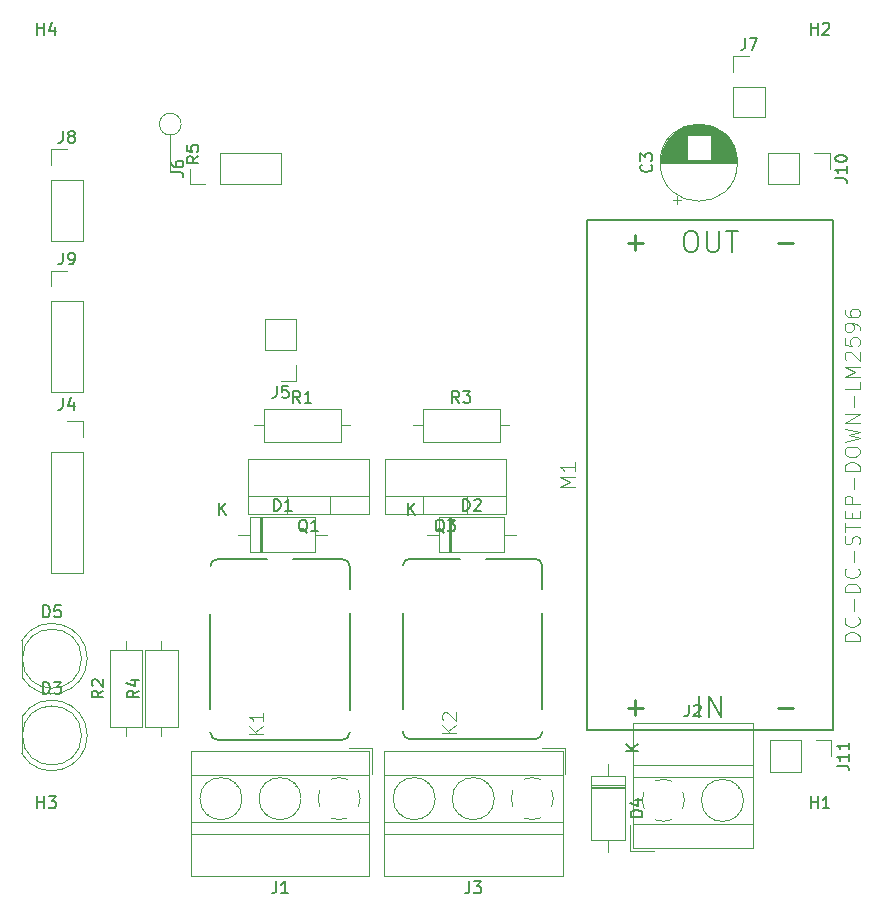
<source format=gbr>
%TF.GenerationSoftware,KiCad,Pcbnew,8.0.1*%
%TF.CreationDate,2024-09-28T14:19:56-03:00*%
%TF.ProjectId,AdeJiga,4164654a-6967-4612-9e6b-696361645f70,rev?*%
%TF.SameCoordinates,Original*%
%TF.FileFunction,Legend,Top*%
%TF.FilePolarity,Positive*%
%FSLAX46Y46*%
G04 Gerber Fmt 4.6, Leading zero omitted, Abs format (unit mm)*
G04 Created by KiCad (PCBNEW 8.0.1) date 2024-09-28 14:19:56*
%MOMM*%
%LPD*%
G01*
G04 APERTURE LIST*
%ADD10C,0.150000*%
%ADD11C,0.101600*%
%ADD12C,0.152400*%
%ADD13C,0.120000*%
%ADD14C,0.127000*%
%ADD15C,0.254000*%
%ADD16C,0.203200*%
G04 APERTURE END LIST*
D10*
X133084819Y-78446666D02*
X132608628Y-78779999D01*
X133084819Y-79018094D02*
X132084819Y-79018094D01*
X132084819Y-79018094D02*
X132084819Y-78637142D01*
X132084819Y-78637142D02*
X132132438Y-78541904D01*
X132132438Y-78541904D02*
X132180057Y-78494285D01*
X132180057Y-78494285D02*
X132275295Y-78446666D01*
X132275295Y-78446666D02*
X132418152Y-78446666D01*
X132418152Y-78446666D02*
X132513390Y-78494285D01*
X132513390Y-78494285D02*
X132561009Y-78541904D01*
X132561009Y-78541904D02*
X132608628Y-78637142D01*
X132608628Y-78637142D02*
X132608628Y-79018094D01*
X132418152Y-77589523D02*
X133084819Y-77589523D01*
X132037200Y-77827618D02*
X132751485Y-78065713D01*
X132751485Y-78065713D02*
X132751485Y-77446666D01*
X144766666Y-52659819D02*
X144766666Y-53374104D01*
X144766666Y-53374104D02*
X144719047Y-53516961D01*
X144719047Y-53516961D02*
X144623809Y-53612200D01*
X144623809Y-53612200D02*
X144480952Y-53659819D01*
X144480952Y-53659819D02*
X144385714Y-53659819D01*
X145719047Y-52659819D02*
X145242857Y-52659819D01*
X145242857Y-52659819D02*
X145195238Y-53136009D01*
X145195238Y-53136009D02*
X145242857Y-53088390D01*
X145242857Y-53088390D02*
X145338095Y-53040771D01*
X145338095Y-53040771D02*
X145576190Y-53040771D01*
X145576190Y-53040771D02*
X145671428Y-53088390D01*
X145671428Y-53088390D02*
X145719047Y-53136009D01*
X145719047Y-53136009D02*
X145766666Y-53231247D01*
X145766666Y-53231247D02*
X145766666Y-53469342D01*
X145766666Y-53469342D02*
X145719047Y-53564580D01*
X145719047Y-53564580D02*
X145671428Y-53612200D01*
X145671428Y-53612200D02*
X145576190Y-53659819D01*
X145576190Y-53659819D02*
X145338095Y-53659819D01*
X145338095Y-53659819D02*
X145242857Y-53612200D01*
X145242857Y-53612200D02*
X145195238Y-53564580D01*
X144706666Y-94614819D02*
X144706666Y-95329104D01*
X144706666Y-95329104D02*
X144659047Y-95471961D01*
X144659047Y-95471961D02*
X144563809Y-95567200D01*
X144563809Y-95567200D02*
X144420952Y-95614819D01*
X144420952Y-95614819D02*
X144325714Y-95614819D01*
X145706666Y-95614819D02*
X145135238Y-95614819D01*
X145420952Y-95614819D02*
X145420952Y-94614819D01*
X145420952Y-94614819D02*
X145325714Y-94757676D01*
X145325714Y-94757676D02*
X145230476Y-94852914D01*
X145230476Y-94852914D02*
X145135238Y-94900533D01*
X135844819Y-34583333D02*
X136559104Y-34583333D01*
X136559104Y-34583333D02*
X136701961Y-34630952D01*
X136701961Y-34630952D02*
X136797200Y-34726190D01*
X136797200Y-34726190D02*
X136844819Y-34869047D01*
X136844819Y-34869047D02*
X136844819Y-34964285D01*
X135844819Y-33678571D02*
X135844819Y-33869047D01*
X135844819Y-33869047D02*
X135892438Y-33964285D01*
X135892438Y-33964285D02*
X135940057Y-34011904D01*
X135940057Y-34011904D02*
X136082914Y-34107142D01*
X136082914Y-34107142D02*
X136273390Y-34154761D01*
X136273390Y-34154761D02*
X136654342Y-34154761D01*
X136654342Y-34154761D02*
X136749580Y-34107142D01*
X136749580Y-34107142D02*
X136797200Y-34059523D01*
X136797200Y-34059523D02*
X136844819Y-33964285D01*
X136844819Y-33964285D02*
X136844819Y-33773809D01*
X136844819Y-33773809D02*
X136797200Y-33678571D01*
X136797200Y-33678571D02*
X136749580Y-33630952D01*
X136749580Y-33630952D02*
X136654342Y-33583333D01*
X136654342Y-33583333D02*
X136416247Y-33583333D01*
X136416247Y-33583333D02*
X136321009Y-33630952D01*
X136321009Y-33630952D02*
X136273390Y-33678571D01*
X136273390Y-33678571D02*
X136225771Y-33773809D01*
X136225771Y-33773809D02*
X136225771Y-33964285D01*
X136225771Y-33964285D02*
X136273390Y-34059523D01*
X136273390Y-34059523D02*
X136321009Y-34107142D01*
X136321009Y-34107142D02*
X136416247Y-34154761D01*
X161066666Y-94614819D02*
X161066666Y-95329104D01*
X161066666Y-95329104D02*
X161019047Y-95471961D01*
X161019047Y-95471961D02*
X160923809Y-95567200D01*
X160923809Y-95567200D02*
X160780952Y-95614819D01*
X160780952Y-95614819D02*
X160685714Y-95614819D01*
X161447619Y-94614819D02*
X162066666Y-94614819D01*
X162066666Y-94614819D02*
X161733333Y-94995771D01*
X161733333Y-94995771D02*
X161876190Y-94995771D01*
X161876190Y-94995771D02*
X161971428Y-95043390D01*
X161971428Y-95043390D02*
X162019047Y-95091009D01*
X162019047Y-95091009D02*
X162066666Y-95186247D01*
X162066666Y-95186247D02*
X162066666Y-95424342D01*
X162066666Y-95424342D02*
X162019047Y-95519580D01*
X162019047Y-95519580D02*
X161971428Y-95567200D01*
X161971428Y-95567200D02*
X161876190Y-95614819D01*
X161876190Y-95614819D02*
X161590476Y-95614819D01*
X161590476Y-95614819D02*
X161495238Y-95567200D01*
X161495238Y-95567200D02*
X161447619Y-95519580D01*
X160213333Y-54084819D02*
X159880000Y-53608628D01*
X159641905Y-54084819D02*
X159641905Y-53084819D01*
X159641905Y-53084819D02*
X160022857Y-53084819D01*
X160022857Y-53084819D02*
X160118095Y-53132438D01*
X160118095Y-53132438D02*
X160165714Y-53180057D01*
X160165714Y-53180057D02*
X160213333Y-53275295D01*
X160213333Y-53275295D02*
X160213333Y-53418152D01*
X160213333Y-53418152D02*
X160165714Y-53513390D01*
X160165714Y-53513390D02*
X160118095Y-53561009D01*
X160118095Y-53561009D02*
X160022857Y-53608628D01*
X160022857Y-53608628D02*
X159641905Y-53608628D01*
X160546667Y-53084819D02*
X161165714Y-53084819D01*
X161165714Y-53084819D02*
X160832381Y-53465771D01*
X160832381Y-53465771D02*
X160975238Y-53465771D01*
X160975238Y-53465771D02*
X161070476Y-53513390D01*
X161070476Y-53513390D02*
X161118095Y-53561009D01*
X161118095Y-53561009D02*
X161165714Y-53656247D01*
X161165714Y-53656247D02*
X161165714Y-53894342D01*
X161165714Y-53894342D02*
X161118095Y-53989580D01*
X161118095Y-53989580D02*
X161070476Y-54037200D01*
X161070476Y-54037200D02*
X160975238Y-54084819D01*
X160975238Y-54084819D02*
X160689524Y-54084819D01*
X160689524Y-54084819D02*
X160594286Y-54037200D01*
X160594286Y-54037200D02*
X160546667Y-53989580D01*
X147364761Y-65070057D02*
X147269523Y-65022438D01*
X147269523Y-65022438D02*
X147174285Y-64927200D01*
X147174285Y-64927200D02*
X147031428Y-64784342D01*
X147031428Y-64784342D02*
X146936190Y-64736723D01*
X146936190Y-64736723D02*
X146840952Y-64736723D01*
X146888571Y-64974819D02*
X146793333Y-64927200D01*
X146793333Y-64927200D02*
X146698095Y-64831961D01*
X146698095Y-64831961D02*
X146650476Y-64641485D01*
X146650476Y-64641485D02*
X146650476Y-64308152D01*
X146650476Y-64308152D02*
X146698095Y-64117676D01*
X146698095Y-64117676D02*
X146793333Y-64022438D01*
X146793333Y-64022438D02*
X146888571Y-63974819D01*
X146888571Y-63974819D02*
X147079047Y-63974819D01*
X147079047Y-63974819D02*
X147174285Y-64022438D01*
X147174285Y-64022438D02*
X147269523Y-64117676D01*
X147269523Y-64117676D02*
X147317142Y-64308152D01*
X147317142Y-64308152D02*
X147317142Y-64641485D01*
X147317142Y-64641485D02*
X147269523Y-64831961D01*
X147269523Y-64831961D02*
X147174285Y-64927200D01*
X147174285Y-64927200D02*
X147079047Y-64974819D01*
X147079047Y-64974819D02*
X146888571Y-64974819D01*
X148269523Y-64974819D02*
X147698095Y-64974819D01*
X147983809Y-64974819D02*
X147983809Y-63974819D01*
X147983809Y-63974819D02*
X147888571Y-64117676D01*
X147888571Y-64117676D02*
X147793333Y-64212914D01*
X147793333Y-64212914D02*
X147698095Y-64260533D01*
X144511905Y-63234819D02*
X144511905Y-62234819D01*
X144511905Y-62234819D02*
X144750000Y-62234819D01*
X144750000Y-62234819D02*
X144892857Y-62282438D01*
X144892857Y-62282438D02*
X144988095Y-62377676D01*
X144988095Y-62377676D02*
X145035714Y-62472914D01*
X145035714Y-62472914D02*
X145083333Y-62663390D01*
X145083333Y-62663390D02*
X145083333Y-62806247D01*
X145083333Y-62806247D02*
X145035714Y-62996723D01*
X145035714Y-62996723D02*
X144988095Y-63091961D01*
X144988095Y-63091961D02*
X144892857Y-63187200D01*
X144892857Y-63187200D02*
X144750000Y-63234819D01*
X144750000Y-63234819D02*
X144511905Y-63234819D01*
X146035714Y-63234819D02*
X145464286Y-63234819D01*
X145750000Y-63234819D02*
X145750000Y-62234819D01*
X145750000Y-62234819D02*
X145654762Y-62377676D01*
X145654762Y-62377676D02*
X145559524Y-62472914D01*
X145559524Y-62472914D02*
X145464286Y-62520533D01*
X139908095Y-63604819D02*
X139908095Y-62604819D01*
X140479523Y-63604819D02*
X140050952Y-63033390D01*
X140479523Y-62604819D02*
X139908095Y-63176247D01*
X189988095Y-88404819D02*
X189988095Y-87404819D01*
X189988095Y-87881009D02*
X190559523Y-87881009D01*
X190559523Y-88404819D02*
X190559523Y-87404819D01*
X191559523Y-88404819D02*
X190988095Y-88404819D01*
X191273809Y-88404819D02*
X191273809Y-87404819D01*
X191273809Y-87404819D02*
X191178571Y-87547676D01*
X191178571Y-87547676D02*
X191083333Y-87642914D01*
X191083333Y-87642914D02*
X190988095Y-87690533D01*
X126666666Y-53674819D02*
X126666666Y-54389104D01*
X126666666Y-54389104D02*
X126619047Y-54531961D01*
X126619047Y-54531961D02*
X126523809Y-54627200D01*
X126523809Y-54627200D02*
X126380952Y-54674819D01*
X126380952Y-54674819D02*
X126285714Y-54674819D01*
X127571428Y-54008152D02*
X127571428Y-54674819D01*
X127333333Y-53627200D02*
X127095238Y-54341485D01*
X127095238Y-54341485D02*
X127714285Y-54341485D01*
X184416666Y-23184819D02*
X184416666Y-23899104D01*
X184416666Y-23899104D02*
X184369047Y-24041961D01*
X184369047Y-24041961D02*
X184273809Y-24137200D01*
X184273809Y-24137200D02*
X184130952Y-24184819D01*
X184130952Y-24184819D02*
X184035714Y-24184819D01*
X184797619Y-23184819D02*
X185464285Y-23184819D01*
X185464285Y-23184819D02*
X185035714Y-24184819D01*
X138124819Y-33206666D02*
X137648628Y-33539999D01*
X138124819Y-33778094D02*
X137124819Y-33778094D01*
X137124819Y-33778094D02*
X137124819Y-33397142D01*
X137124819Y-33397142D02*
X137172438Y-33301904D01*
X137172438Y-33301904D02*
X137220057Y-33254285D01*
X137220057Y-33254285D02*
X137315295Y-33206666D01*
X137315295Y-33206666D02*
X137458152Y-33206666D01*
X137458152Y-33206666D02*
X137553390Y-33254285D01*
X137553390Y-33254285D02*
X137601009Y-33301904D01*
X137601009Y-33301904D02*
X137648628Y-33397142D01*
X137648628Y-33397142D02*
X137648628Y-33778094D01*
X137124819Y-32301904D02*
X137124819Y-32778094D01*
X137124819Y-32778094D02*
X137601009Y-32825713D01*
X137601009Y-32825713D02*
X137553390Y-32778094D01*
X137553390Y-32778094D02*
X137505771Y-32682856D01*
X137505771Y-32682856D02*
X137505771Y-32444761D01*
X137505771Y-32444761D02*
X137553390Y-32349523D01*
X137553390Y-32349523D02*
X137601009Y-32301904D01*
X137601009Y-32301904D02*
X137696247Y-32254285D01*
X137696247Y-32254285D02*
X137934342Y-32254285D01*
X137934342Y-32254285D02*
X138029580Y-32301904D01*
X138029580Y-32301904D02*
X138077200Y-32349523D01*
X138077200Y-32349523D02*
X138124819Y-32444761D01*
X138124819Y-32444761D02*
X138124819Y-32682856D01*
X138124819Y-32682856D02*
X138077200Y-32778094D01*
X138077200Y-32778094D02*
X138029580Y-32825713D01*
D11*
X169981242Y-61240095D02*
X168711242Y-61240095D01*
X168711242Y-61240095D02*
X169618385Y-60816761D01*
X169618385Y-60816761D02*
X168711242Y-60393428D01*
X168711242Y-60393428D02*
X169981242Y-60393428D01*
X169981242Y-59123427D02*
X169981242Y-59849142D01*
X169981242Y-59486285D02*
X168711242Y-59486285D01*
X168711242Y-59486285D02*
X168892670Y-59607237D01*
X168892670Y-59607237D02*
X169013623Y-59728189D01*
X169013623Y-59728189D02*
X169074099Y-59849142D01*
X194111242Y-74242477D02*
X192841242Y-74242477D01*
X192841242Y-74242477D02*
X192841242Y-73940096D01*
X192841242Y-73940096D02*
X192901718Y-73758667D01*
X192901718Y-73758667D02*
X193022670Y-73637715D01*
X193022670Y-73637715D02*
X193143623Y-73577238D01*
X193143623Y-73577238D02*
X193385527Y-73516762D01*
X193385527Y-73516762D02*
X193566956Y-73516762D01*
X193566956Y-73516762D02*
X193808861Y-73577238D01*
X193808861Y-73577238D02*
X193929813Y-73637715D01*
X193929813Y-73637715D02*
X194050766Y-73758667D01*
X194050766Y-73758667D02*
X194111242Y-73940096D01*
X194111242Y-73940096D02*
X194111242Y-74242477D01*
X193990289Y-72246762D02*
X194050766Y-72307238D01*
X194050766Y-72307238D02*
X194111242Y-72488667D01*
X194111242Y-72488667D02*
X194111242Y-72609619D01*
X194111242Y-72609619D02*
X194050766Y-72791048D01*
X194050766Y-72791048D02*
X193929813Y-72912000D01*
X193929813Y-72912000D02*
X193808861Y-72972477D01*
X193808861Y-72972477D02*
X193566956Y-73032953D01*
X193566956Y-73032953D02*
X193385527Y-73032953D01*
X193385527Y-73032953D02*
X193143623Y-72972477D01*
X193143623Y-72972477D02*
X193022670Y-72912000D01*
X193022670Y-72912000D02*
X192901718Y-72791048D01*
X192901718Y-72791048D02*
X192841242Y-72609619D01*
X192841242Y-72609619D02*
X192841242Y-72488667D01*
X192841242Y-72488667D02*
X192901718Y-72307238D01*
X192901718Y-72307238D02*
X192962194Y-72246762D01*
X193627432Y-71702477D02*
X193627432Y-70734858D01*
X194111242Y-70130096D02*
X192841242Y-70130096D01*
X192841242Y-70130096D02*
X192841242Y-69827715D01*
X192841242Y-69827715D02*
X192901718Y-69646286D01*
X192901718Y-69646286D02*
X193022670Y-69525334D01*
X193022670Y-69525334D02*
X193143623Y-69464857D01*
X193143623Y-69464857D02*
X193385527Y-69404381D01*
X193385527Y-69404381D02*
X193566956Y-69404381D01*
X193566956Y-69404381D02*
X193808861Y-69464857D01*
X193808861Y-69464857D02*
X193929813Y-69525334D01*
X193929813Y-69525334D02*
X194050766Y-69646286D01*
X194050766Y-69646286D02*
X194111242Y-69827715D01*
X194111242Y-69827715D02*
X194111242Y-70130096D01*
X193990289Y-68134381D02*
X194050766Y-68194857D01*
X194050766Y-68194857D02*
X194111242Y-68376286D01*
X194111242Y-68376286D02*
X194111242Y-68497238D01*
X194111242Y-68497238D02*
X194050766Y-68678667D01*
X194050766Y-68678667D02*
X193929813Y-68799619D01*
X193929813Y-68799619D02*
X193808861Y-68860096D01*
X193808861Y-68860096D02*
X193566956Y-68920572D01*
X193566956Y-68920572D02*
X193385527Y-68920572D01*
X193385527Y-68920572D02*
X193143623Y-68860096D01*
X193143623Y-68860096D02*
X193022670Y-68799619D01*
X193022670Y-68799619D02*
X192901718Y-68678667D01*
X192901718Y-68678667D02*
X192841242Y-68497238D01*
X192841242Y-68497238D02*
X192841242Y-68376286D01*
X192841242Y-68376286D02*
X192901718Y-68194857D01*
X192901718Y-68194857D02*
X192962194Y-68134381D01*
X193627432Y-67590096D02*
X193627432Y-66622477D01*
X194050766Y-66078191D02*
X194111242Y-65896762D01*
X194111242Y-65896762D02*
X194111242Y-65594381D01*
X194111242Y-65594381D02*
X194050766Y-65473429D01*
X194050766Y-65473429D02*
X193990289Y-65412953D01*
X193990289Y-65412953D02*
X193869337Y-65352476D01*
X193869337Y-65352476D02*
X193748385Y-65352476D01*
X193748385Y-65352476D02*
X193627432Y-65412953D01*
X193627432Y-65412953D02*
X193566956Y-65473429D01*
X193566956Y-65473429D02*
X193506480Y-65594381D01*
X193506480Y-65594381D02*
X193446004Y-65836286D01*
X193446004Y-65836286D02*
X193385527Y-65957238D01*
X193385527Y-65957238D02*
X193325051Y-66017715D01*
X193325051Y-66017715D02*
X193204099Y-66078191D01*
X193204099Y-66078191D02*
X193083146Y-66078191D01*
X193083146Y-66078191D02*
X192962194Y-66017715D01*
X192962194Y-66017715D02*
X192901718Y-65957238D01*
X192901718Y-65957238D02*
X192841242Y-65836286D01*
X192841242Y-65836286D02*
X192841242Y-65533905D01*
X192841242Y-65533905D02*
X192901718Y-65352476D01*
X192841242Y-64989619D02*
X192841242Y-64263905D01*
X194111242Y-64626762D02*
X192841242Y-64626762D01*
X193446004Y-63840572D02*
X193446004Y-63417238D01*
X194111242Y-63235810D02*
X194111242Y-63840572D01*
X194111242Y-63840572D02*
X192841242Y-63840572D01*
X192841242Y-63840572D02*
X192841242Y-63235810D01*
X194111242Y-62691524D02*
X192841242Y-62691524D01*
X192841242Y-62691524D02*
X192841242Y-62207714D01*
X192841242Y-62207714D02*
X192901718Y-62086762D01*
X192901718Y-62086762D02*
X192962194Y-62026285D01*
X192962194Y-62026285D02*
X193083146Y-61965809D01*
X193083146Y-61965809D02*
X193264575Y-61965809D01*
X193264575Y-61965809D02*
X193385527Y-62026285D01*
X193385527Y-62026285D02*
X193446004Y-62086762D01*
X193446004Y-62086762D02*
X193506480Y-62207714D01*
X193506480Y-62207714D02*
X193506480Y-62691524D01*
X193627432Y-61421524D02*
X193627432Y-60453905D01*
X194111242Y-59849143D02*
X192841242Y-59849143D01*
X192841242Y-59849143D02*
X192841242Y-59546762D01*
X192841242Y-59546762D02*
X192901718Y-59365333D01*
X192901718Y-59365333D02*
X193022670Y-59244381D01*
X193022670Y-59244381D02*
X193143623Y-59183904D01*
X193143623Y-59183904D02*
X193385527Y-59123428D01*
X193385527Y-59123428D02*
X193566956Y-59123428D01*
X193566956Y-59123428D02*
X193808861Y-59183904D01*
X193808861Y-59183904D02*
X193929813Y-59244381D01*
X193929813Y-59244381D02*
X194050766Y-59365333D01*
X194050766Y-59365333D02*
X194111242Y-59546762D01*
X194111242Y-59546762D02*
X194111242Y-59849143D01*
X192841242Y-58337238D02*
X192841242Y-58095333D01*
X192841242Y-58095333D02*
X192901718Y-57974381D01*
X192901718Y-57974381D02*
X193022670Y-57853428D01*
X193022670Y-57853428D02*
X193264575Y-57792952D01*
X193264575Y-57792952D02*
X193687908Y-57792952D01*
X193687908Y-57792952D02*
X193929813Y-57853428D01*
X193929813Y-57853428D02*
X194050766Y-57974381D01*
X194050766Y-57974381D02*
X194111242Y-58095333D01*
X194111242Y-58095333D02*
X194111242Y-58337238D01*
X194111242Y-58337238D02*
X194050766Y-58458190D01*
X194050766Y-58458190D02*
X193929813Y-58579143D01*
X193929813Y-58579143D02*
X193687908Y-58639619D01*
X193687908Y-58639619D02*
X193264575Y-58639619D01*
X193264575Y-58639619D02*
X193022670Y-58579143D01*
X193022670Y-58579143D02*
X192901718Y-58458190D01*
X192901718Y-58458190D02*
X192841242Y-58337238D01*
X192841242Y-57369619D02*
X194111242Y-57067238D01*
X194111242Y-57067238D02*
X193204099Y-56825333D01*
X193204099Y-56825333D02*
X194111242Y-56583428D01*
X194111242Y-56583428D02*
X192841242Y-56281048D01*
X194111242Y-55797238D02*
X192841242Y-55797238D01*
X192841242Y-55797238D02*
X194111242Y-55071523D01*
X194111242Y-55071523D02*
X192841242Y-55071523D01*
X193627432Y-54466762D02*
X193627432Y-53499143D01*
X194111242Y-52289619D02*
X194111242Y-52894381D01*
X194111242Y-52894381D02*
X192841242Y-52894381D01*
X194111242Y-51866286D02*
X192841242Y-51866286D01*
X192841242Y-51866286D02*
X193748385Y-51442952D01*
X193748385Y-51442952D02*
X192841242Y-51019619D01*
X192841242Y-51019619D02*
X194111242Y-51019619D01*
X192962194Y-50475333D02*
X192901718Y-50414857D01*
X192901718Y-50414857D02*
X192841242Y-50293904D01*
X192841242Y-50293904D02*
X192841242Y-49991523D01*
X192841242Y-49991523D02*
X192901718Y-49870571D01*
X192901718Y-49870571D02*
X192962194Y-49810095D01*
X192962194Y-49810095D02*
X193083146Y-49749618D01*
X193083146Y-49749618D02*
X193204099Y-49749618D01*
X193204099Y-49749618D02*
X193385527Y-49810095D01*
X193385527Y-49810095D02*
X194111242Y-50535809D01*
X194111242Y-50535809D02*
X194111242Y-49749618D01*
X192841242Y-48600571D02*
X192841242Y-49205333D01*
X192841242Y-49205333D02*
X193446004Y-49265809D01*
X193446004Y-49265809D02*
X193385527Y-49205333D01*
X193385527Y-49205333D02*
X193325051Y-49084380D01*
X193325051Y-49084380D02*
X193325051Y-48781999D01*
X193325051Y-48781999D02*
X193385527Y-48661047D01*
X193385527Y-48661047D02*
X193446004Y-48600571D01*
X193446004Y-48600571D02*
X193566956Y-48540094D01*
X193566956Y-48540094D02*
X193869337Y-48540094D01*
X193869337Y-48540094D02*
X193990289Y-48600571D01*
X193990289Y-48600571D02*
X194050766Y-48661047D01*
X194050766Y-48661047D02*
X194111242Y-48781999D01*
X194111242Y-48781999D02*
X194111242Y-49084380D01*
X194111242Y-49084380D02*
X194050766Y-49205333D01*
X194050766Y-49205333D02*
X193990289Y-49265809D01*
X194111242Y-47935332D02*
X194111242Y-47693428D01*
X194111242Y-47693428D02*
X194050766Y-47572475D01*
X194050766Y-47572475D02*
X193990289Y-47511999D01*
X193990289Y-47511999D02*
X193808861Y-47391047D01*
X193808861Y-47391047D02*
X193566956Y-47330570D01*
X193566956Y-47330570D02*
X193083146Y-47330570D01*
X193083146Y-47330570D02*
X192962194Y-47391047D01*
X192962194Y-47391047D02*
X192901718Y-47451523D01*
X192901718Y-47451523D02*
X192841242Y-47572475D01*
X192841242Y-47572475D02*
X192841242Y-47814380D01*
X192841242Y-47814380D02*
X192901718Y-47935332D01*
X192901718Y-47935332D02*
X192962194Y-47995809D01*
X192962194Y-47995809D02*
X193083146Y-48056285D01*
X193083146Y-48056285D02*
X193385527Y-48056285D01*
X193385527Y-48056285D02*
X193506480Y-47995809D01*
X193506480Y-47995809D02*
X193566956Y-47935332D01*
X193566956Y-47935332D02*
X193627432Y-47814380D01*
X193627432Y-47814380D02*
X193627432Y-47572475D01*
X193627432Y-47572475D02*
X193566956Y-47451523D01*
X193566956Y-47451523D02*
X193506480Y-47391047D01*
X193506480Y-47391047D02*
X193385527Y-47330570D01*
X192841242Y-46241999D02*
X192841242Y-46483904D01*
X192841242Y-46483904D02*
X192901718Y-46604856D01*
X192901718Y-46604856D02*
X192962194Y-46665332D01*
X192962194Y-46665332D02*
X193143623Y-46786285D01*
X193143623Y-46786285D02*
X193385527Y-46846761D01*
X193385527Y-46846761D02*
X193869337Y-46846761D01*
X193869337Y-46846761D02*
X193990289Y-46786285D01*
X193990289Y-46786285D02*
X194050766Y-46725808D01*
X194050766Y-46725808D02*
X194111242Y-46604856D01*
X194111242Y-46604856D02*
X194111242Y-46362951D01*
X194111242Y-46362951D02*
X194050766Y-46241999D01*
X194050766Y-46241999D02*
X193990289Y-46181523D01*
X193990289Y-46181523D02*
X193869337Y-46121046D01*
X193869337Y-46121046D02*
X193566956Y-46121046D01*
X193566956Y-46121046D02*
X193446004Y-46181523D01*
X193446004Y-46181523D02*
X193385527Y-46241999D01*
X193385527Y-46241999D02*
X193325051Y-46362951D01*
X193325051Y-46362951D02*
X193325051Y-46604856D01*
X193325051Y-46604856D02*
X193385527Y-46725808D01*
X193385527Y-46725808D02*
X193446004Y-46786285D01*
X193446004Y-46786285D02*
X193566956Y-46846761D01*
D12*
X179686000Y-39563612D02*
X180024666Y-39563612D01*
X180024666Y-39563612D02*
X180194000Y-39648279D01*
X180194000Y-39648279D02*
X180363333Y-39817612D01*
X180363333Y-39817612D02*
X180448000Y-40156279D01*
X180448000Y-40156279D02*
X180448000Y-40748946D01*
X180448000Y-40748946D02*
X180363333Y-41087612D01*
X180363333Y-41087612D02*
X180194000Y-41256946D01*
X180194000Y-41256946D02*
X180024666Y-41341612D01*
X180024666Y-41341612D02*
X179686000Y-41341612D01*
X179686000Y-41341612D02*
X179516666Y-41256946D01*
X179516666Y-41256946D02*
X179347333Y-41087612D01*
X179347333Y-41087612D02*
X179262666Y-40748946D01*
X179262666Y-40748946D02*
X179262666Y-40156279D01*
X179262666Y-40156279D02*
X179347333Y-39817612D01*
X179347333Y-39817612D02*
X179516666Y-39648279D01*
X179516666Y-39648279D02*
X179686000Y-39563612D01*
X181210000Y-39563612D02*
X181210000Y-41002946D01*
X181210000Y-41002946D02*
X181294667Y-41172279D01*
X181294667Y-41172279D02*
X181379333Y-41256946D01*
X181379333Y-41256946D02*
X181548667Y-41341612D01*
X181548667Y-41341612D02*
X181887333Y-41341612D01*
X181887333Y-41341612D02*
X182056667Y-41256946D01*
X182056667Y-41256946D02*
X182141333Y-41172279D01*
X182141333Y-41172279D02*
X182226000Y-41002946D01*
X182226000Y-41002946D02*
X182226000Y-39563612D01*
X182818667Y-39563612D02*
X183834667Y-39563612D01*
X183326667Y-41341612D02*
X183326667Y-39563612D01*
X180532666Y-80711612D02*
X180532666Y-78933612D01*
X181379333Y-80711612D02*
X181379333Y-78933612D01*
X181379333Y-78933612D02*
X182395333Y-80711612D01*
X182395333Y-80711612D02*
X182395333Y-78933612D01*
D10*
X146753333Y-54084819D02*
X146420000Y-53608628D01*
X146181905Y-54084819D02*
X146181905Y-53084819D01*
X146181905Y-53084819D02*
X146562857Y-53084819D01*
X146562857Y-53084819D02*
X146658095Y-53132438D01*
X146658095Y-53132438D02*
X146705714Y-53180057D01*
X146705714Y-53180057D02*
X146753333Y-53275295D01*
X146753333Y-53275295D02*
X146753333Y-53418152D01*
X146753333Y-53418152D02*
X146705714Y-53513390D01*
X146705714Y-53513390D02*
X146658095Y-53561009D01*
X146658095Y-53561009D02*
X146562857Y-53608628D01*
X146562857Y-53608628D02*
X146181905Y-53608628D01*
X147705714Y-54084819D02*
X147134286Y-54084819D01*
X147420000Y-54084819D02*
X147420000Y-53084819D01*
X147420000Y-53084819D02*
X147324762Y-53227676D01*
X147324762Y-53227676D02*
X147229524Y-53322914D01*
X147229524Y-53322914D02*
X147134286Y-53370533D01*
D11*
X159921726Y-82069813D02*
X158753326Y-82069813D01*
X159921726Y-81402156D02*
X159254068Y-81902899D01*
X158753326Y-81402156D02*
X159420983Y-82069813D01*
X158864602Y-80957051D02*
X158808964Y-80901413D01*
X158808964Y-80901413D02*
X158753326Y-80790137D01*
X158753326Y-80790137D02*
X158753326Y-80511946D01*
X158753326Y-80511946D02*
X158808964Y-80400670D01*
X158808964Y-80400670D02*
X158864602Y-80345032D01*
X158864602Y-80345032D02*
X158975878Y-80289394D01*
X158975878Y-80289394D02*
X159087154Y-80289394D01*
X159087154Y-80289394D02*
X159254068Y-80345032D01*
X159254068Y-80345032D02*
X159921726Y-81012689D01*
X159921726Y-81012689D02*
X159921726Y-80289394D01*
D10*
X192034819Y-35059523D02*
X192749104Y-35059523D01*
X192749104Y-35059523D02*
X192891961Y-35107142D01*
X192891961Y-35107142D02*
X192987200Y-35202380D01*
X192987200Y-35202380D02*
X193034819Y-35345237D01*
X193034819Y-35345237D02*
X193034819Y-35440475D01*
X193034819Y-34059523D02*
X193034819Y-34630951D01*
X193034819Y-34345237D02*
X192034819Y-34345237D01*
X192034819Y-34345237D02*
X192177676Y-34440475D01*
X192177676Y-34440475D02*
X192272914Y-34535713D01*
X192272914Y-34535713D02*
X192320533Y-34630951D01*
X192034819Y-33440475D02*
X192034819Y-33345237D01*
X192034819Y-33345237D02*
X192082438Y-33249999D01*
X192082438Y-33249999D02*
X192130057Y-33202380D01*
X192130057Y-33202380D02*
X192225295Y-33154761D01*
X192225295Y-33154761D02*
X192415771Y-33107142D01*
X192415771Y-33107142D02*
X192653866Y-33107142D01*
X192653866Y-33107142D02*
X192844342Y-33154761D01*
X192844342Y-33154761D02*
X192939580Y-33202380D01*
X192939580Y-33202380D02*
X192987200Y-33249999D01*
X192987200Y-33249999D02*
X193034819Y-33345237D01*
X193034819Y-33345237D02*
X193034819Y-33440475D01*
X193034819Y-33440475D02*
X192987200Y-33535713D01*
X192987200Y-33535713D02*
X192939580Y-33583332D01*
X192939580Y-33583332D02*
X192844342Y-33630951D01*
X192844342Y-33630951D02*
X192653866Y-33678570D01*
X192653866Y-33678570D02*
X192415771Y-33678570D01*
X192415771Y-33678570D02*
X192225295Y-33630951D01*
X192225295Y-33630951D02*
X192130057Y-33583332D01*
X192130057Y-33583332D02*
X192082438Y-33535713D01*
X192082438Y-33535713D02*
X192034819Y-33440475D01*
X158944761Y-65070057D02*
X158849523Y-65022438D01*
X158849523Y-65022438D02*
X158754285Y-64927200D01*
X158754285Y-64927200D02*
X158611428Y-64784342D01*
X158611428Y-64784342D02*
X158516190Y-64736723D01*
X158516190Y-64736723D02*
X158420952Y-64736723D01*
X158468571Y-64974819D02*
X158373333Y-64927200D01*
X158373333Y-64927200D02*
X158278095Y-64831961D01*
X158278095Y-64831961D02*
X158230476Y-64641485D01*
X158230476Y-64641485D02*
X158230476Y-64308152D01*
X158230476Y-64308152D02*
X158278095Y-64117676D01*
X158278095Y-64117676D02*
X158373333Y-64022438D01*
X158373333Y-64022438D02*
X158468571Y-63974819D01*
X158468571Y-63974819D02*
X158659047Y-63974819D01*
X158659047Y-63974819D02*
X158754285Y-64022438D01*
X158754285Y-64022438D02*
X158849523Y-64117676D01*
X158849523Y-64117676D02*
X158897142Y-64308152D01*
X158897142Y-64308152D02*
X158897142Y-64641485D01*
X158897142Y-64641485D02*
X158849523Y-64831961D01*
X158849523Y-64831961D02*
X158754285Y-64927200D01*
X158754285Y-64927200D02*
X158659047Y-64974819D01*
X158659047Y-64974819D02*
X158468571Y-64974819D01*
X159230476Y-63974819D02*
X159849523Y-63974819D01*
X159849523Y-63974819D02*
X159516190Y-64355771D01*
X159516190Y-64355771D02*
X159659047Y-64355771D01*
X159659047Y-64355771D02*
X159754285Y-64403390D01*
X159754285Y-64403390D02*
X159801904Y-64451009D01*
X159801904Y-64451009D02*
X159849523Y-64546247D01*
X159849523Y-64546247D02*
X159849523Y-64784342D01*
X159849523Y-64784342D02*
X159801904Y-64879580D01*
X159801904Y-64879580D02*
X159754285Y-64927200D01*
X159754285Y-64927200D02*
X159659047Y-64974819D01*
X159659047Y-64974819D02*
X159373333Y-64974819D01*
X159373333Y-64974819D02*
X159278095Y-64927200D01*
X159278095Y-64927200D02*
X159230476Y-64879580D01*
X176459580Y-33916666D02*
X176507200Y-33964285D01*
X176507200Y-33964285D02*
X176554819Y-34107142D01*
X176554819Y-34107142D02*
X176554819Y-34202380D01*
X176554819Y-34202380D02*
X176507200Y-34345237D01*
X176507200Y-34345237D02*
X176411961Y-34440475D01*
X176411961Y-34440475D02*
X176316723Y-34488094D01*
X176316723Y-34488094D02*
X176126247Y-34535713D01*
X176126247Y-34535713D02*
X175983390Y-34535713D01*
X175983390Y-34535713D02*
X175792914Y-34488094D01*
X175792914Y-34488094D02*
X175697676Y-34440475D01*
X175697676Y-34440475D02*
X175602438Y-34345237D01*
X175602438Y-34345237D02*
X175554819Y-34202380D01*
X175554819Y-34202380D02*
X175554819Y-34107142D01*
X175554819Y-34107142D02*
X175602438Y-33964285D01*
X175602438Y-33964285D02*
X175650057Y-33916666D01*
X175554819Y-33583332D02*
X175554819Y-32964285D01*
X175554819Y-32964285D02*
X175935771Y-33297618D01*
X175935771Y-33297618D02*
X175935771Y-33154761D01*
X175935771Y-33154761D02*
X175983390Y-33059523D01*
X175983390Y-33059523D02*
X176031009Y-33011904D01*
X176031009Y-33011904D02*
X176126247Y-32964285D01*
X176126247Y-32964285D02*
X176364342Y-32964285D01*
X176364342Y-32964285D02*
X176459580Y-33011904D01*
X176459580Y-33011904D02*
X176507200Y-33059523D01*
X176507200Y-33059523D02*
X176554819Y-33154761D01*
X176554819Y-33154761D02*
X176554819Y-33440475D01*
X176554819Y-33440475D02*
X176507200Y-33535713D01*
X176507200Y-33535713D02*
X176459580Y-33583332D01*
X124488095Y-22904819D02*
X124488095Y-21904819D01*
X124488095Y-22381009D02*
X125059523Y-22381009D01*
X125059523Y-22904819D02*
X125059523Y-21904819D01*
X125964285Y-22238152D02*
X125964285Y-22904819D01*
X125726190Y-21857200D02*
X125488095Y-22571485D01*
X125488095Y-22571485D02*
X126107142Y-22571485D01*
X189988095Y-22904819D02*
X189988095Y-21904819D01*
X189988095Y-22381009D02*
X190559523Y-22381009D01*
X190559523Y-22904819D02*
X190559523Y-21904819D01*
X190988095Y-22000057D02*
X191035714Y-21952438D01*
X191035714Y-21952438D02*
X191130952Y-21904819D01*
X191130952Y-21904819D02*
X191369047Y-21904819D01*
X191369047Y-21904819D02*
X191464285Y-21952438D01*
X191464285Y-21952438D02*
X191511904Y-22000057D01*
X191511904Y-22000057D02*
X191559523Y-22095295D01*
X191559523Y-22095295D02*
X191559523Y-22190533D01*
X191559523Y-22190533D02*
X191511904Y-22333390D01*
X191511904Y-22333390D02*
X190940476Y-22904819D01*
X190940476Y-22904819D02*
X191559523Y-22904819D01*
X126666666Y-31084819D02*
X126666666Y-31799104D01*
X126666666Y-31799104D02*
X126619047Y-31941961D01*
X126619047Y-31941961D02*
X126523809Y-32037200D01*
X126523809Y-32037200D02*
X126380952Y-32084819D01*
X126380952Y-32084819D02*
X126285714Y-32084819D01*
X127285714Y-31513390D02*
X127190476Y-31465771D01*
X127190476Y-31465771D02*
X127142857Y-31418152D01*
X127142857Y-31418152D02*
X127095238Y-31322914D01*
X127095238Y-31322914D02*
X127095238Y-31275295D01*
X127095238Y-31275295D02*
X127142857Y-31180057D01*
X127142857Y-31180057D02*
X127190476Y-31132438D01*
X127190476Y-31132438D02*
X127285714Y-31084819D01*
X127285714Y-31084819D02*
X127476190Y-31084819D01*
X127476190Y-31084819D02*
X127571428Y-31132438D01*
X127571428Y-31132438D02*
X127619047Y-31180057D01*
X127619047Y-31180057D02*
X127666666Y-31275295D01*
X127666666Y-31275295D02*
X127666666Y-31322914D01*
X127666666Y-31322914D02*
X127619047Y-31418152D01*
X127619047Y-31418152D02*
X127571428Y-31465771D01*
X127571428Y-31465771D02*
X127476190Y-31513390D01*
X127476190Y-31513390D02*
X127285714Y-31513390D01*
X127285714Y-31513390D02*
X127190476Y-31561009D01*
X127190476Y-31561009D02*
X127142857Y-31608628D01*
X127142857Y-31608628D02*
X127095238Y-31703866D01*
X127095238Y-31703866D02*
X127095238Y-31894342D01*
X127095238Y-31894342D02*
X127142857Y-31989580D01*
X127142857Y-31989580D02*
X127190476Y-32037200D01*
X127190476Y-32037200D02*
X127285714Y-32084819D01*
X127285714Y-32084819D02*
X127476190Y-32084819D01*
X127476190Y-32084819D02*
X127571428Y-32037200D01*
X127571428Y-32037200D02*
X127619047Y-31989580D01*
X127619047Y-31989580D02*
X127666666Y-31894342D01*
X127666666Y-31894342D02*
X127666666Y-31703866D01*
X127666666Y-31703866D02*
X127619047Y-31608628D01*
X127619047Y-31608628D02*
X127571428Y-31561009D01*
X127571428Y-31561009D02*
X127476190Y-31513390D01*
X124488095Y-88404819D02*
X124488095Y-87404819D01*
X124488095Y-87881009D02*
X125059523Y-87881009D01*
X125059523Y-88404819D02*
X125059523Y-87404819D01*
X125440476Y-87404819D02*
X126059523Y-87404819D01*
X126059523Y-87404819D02*
X125726190Y-87785771D01*
X125726190Y-87785771D02*
X125869047Y-87785771D01*
X125869047Y-87785771D02*
X125964285Y-87833390D01*
X125964285Y-87833390D02*
X126011904Y-87881009D01*
X126011904Y-87881009D02*
X126059523Y-87976247D01*
X126059523Y-87976247D02*
X126059523Y-88214342D01*
X126059523Y-88214342D02*
X126011904Y-88309580D01*
X126011904Y-88309580D02*
X125964285Y-88357200D01*
X125964285Y-88357200D02*
X125869047Y-88404819D01*
X125869047Y-88404819D02*
X125583333Y-88404819D01*
X125583333Y-88404819D02*
X125488095Y-88357200D01*
X125488095Y-88357200D02*
X125440476Y-88309580D01*
X160521905Y-63234819D02*
X160521905Y-62234819D01*
X160521905Y-62234819D02*
X160760000Y-62234819D01*
X160760000Y-62234819D02*
X160902857Y-62282438D01*
X160902857Y-62282438D02*
X160998095Y-62377676D01*
X160998095Y-62377676D02*
X161045714Y-62472914D01*
X161045714Y-62472914D02*
X161093333Y-62663390D01*
X161093333Y-62663390D02*
X161093333Y-62806247D01*
X161093333Y-62806247D02*
X161045714Y-62996723D01*
X161045714Y-62996723D02*
X160998095Y-63091961D01*
X160998095Y-63091961D02*
X160902857Y-63187200D01*
X160902857Y-63187200D02*
X160760000Y-63234819D01*
X160760000Y-63234819D02*
X160521905Y-63234819D01*
X161474286Y-62330057D02*
X161521905Y-62282438D01*
X161521905Y-62282438D02*
X161617143Y-62234819D01*
X161617143Y-62234819D02*
X161855238Y-62234819D01*
X161855238Y-62234819D02*
X161950476Y-62282438D01*
X161950476Y-62282438D02*
X161998095Y-62330057D01*
X161998095Y-62330057D02*
X162045714Y-62425295D01*
X162045714Y-62425295D02*
X162045714Y-62520533D01*
X162045714Y-62520533D02*
X161998095Y-62663390D01*
X161998095Y-62663390D02*
X161426667Y-63234819D01*
X161426667Y-63234819D02*
X162045714Y-63234819D01*
X155918095Y-63604819D02*
X155918095Y-62604819D01*
X156489523Y-63604819D02*
X156060952Y-63033390D01*
X156489523Y-62604819D02*
X155918095Y-63176247D01*
X175724819Y-89138094D02*
X174724819Y-89138094D01*
X174724819Y-89138094D02*
X174724819Y-88899999D01*
X174724819Y-88899999D02*
X174772438Y-88757142D01*
X174772438Y-88757142D02*
X174867676Y-88661904D01*
X174867676Y-88661904D02*
X174962914Y-88614285D01*
X174962914Y-88614285D02*
X175153390Y-88566666D01*
X175153390Y-88566666D02*
X175296247Y-88566666D01*
X175296247Y-88566666D02*
X175486723Y-88614285D01*
X175486723Y-88614285D02*
X175581961Y-88661904D01*
X175581961Y-88661904D02*
X175677200Y-88757142D01*
X175677200Y-88757142D02*
X175724819Y-88899999D01*
X175724819Y-88899999D02*
X175724819Y-89138094D01*
X175058152Y-87709523D02*
X175724819Y-87709523D01*
X174677200Y-87947618D02*
X175391485Y-88185713D01*
X175391485Y-88185713D02*
X175391485Y-87566666D01*
X175354819Y-83581904D02*
X174354819Y-83581904D01*
X175354819Y-83010476D02*
X174783390Y-83439047D01*
X174354819Y-83010476D02*
X174926247Y-83581904D01*
X179666666Y-79644819D02*
X179666666Y-80359104D01*
X179666666Y-80359104D02*
X179619047Y-80501961D01*
X179619047Y-80501961D02*
X179523809Y-80597200D01*
X179523809Y-80597200D02*
X179380952Y-80644819D01*
X179380952Y-80644819D02*
X179285714Y-80644819D01*
X180095238Y-79740057D02*
X180142857Y-79692438D01*
X180142857Y-79692438D02*
X180238095Y-79644819D01*
X180238095Y-79644819D02*
X180476190Y-79644819D01*
X180476190Y-79644819D02*
X180571428Y-79692438D01*
X180571428Y-79692438D02*
X180619047Y-79740057D01*
X180619047Y-79740057D02*
X180666666Y-79835295D01*
X180666666Y-79835295D02*
X180666666Y-79930533D01*
X180666666Y-79930533D02*
X180619047Y-80073390D01*
X180619047Y-80073390D02*
X180047619Y-80644819D01*
X180047619Y-80644819D02*
X180666666Y-80644819D01*
X124991905Y-72244819D02*
X124991905Y-71244819D01*
X124991905Y-71244819D02*
X125230000Y-71244819D01*
X125230000Y-71244819D02*
X125372857Y-71292438D01*
X125372857Y-71292438D02*
X125468095Y-71387676D01*
X125468095Y-71387676D02*
X125515714Y-71482914D01*
X125515714Y-71482914D02*
X125563333Y-71673390D01*
X125563333Y-71673390D02*
X125563333Y-71816247D01*
X125563333Y-71816247D02*
X125515714Y-72006723D01*
X125515714Y-72006723D02*
X125468095Y-72101961D01*
X125468095Y-72101961D02*
X125372857Y-72197200D01*
X125372857Y-72197200D02*
X125230000Y-72244819D01*
X125230000Y-72244819D02*
X124991905Y-72244819D01*
X126468095Y-71244819D02*
X125991905Y-71244819D01*
X125991905Y-71244819D02*
X125944286Y-71721009D01*
X125944286Y-71721009D02*
X125991905Y-71673390D01*
X125991905Y-71673390D02*
X126087143Y-71625771D01*
X126087143Y-71625771D02*
X126325238Y-71625771D01*
X126325238Y-71625771D02*
X126420476Y-71673390D01*
X126420476Y-71673390D02*
X126468095Y-71721009D01*
X126468095Y-71721009D02*
X126515714Y-71816247D01*
X126515714Y-71816247D02*
X126515714Y-72054342D01*
X126515714Y-72054342D02*
X126468095Y-72149580D01*
X126468095Y-72149580D02*
X126420476Y-72197200D01*
X126420476Y-72197200D02*
X126325238Y-72244819D01*
X126325238Y-72244819D02*
X126087143Y-72244819D01*
X126087143Y-72244819D02*
X125991905Y-72197200D01*
X125991905Y-72197200D02*
X125944286Y-72149580D01*
X124991905Y-78744819D02*
X124991905Y-77744819D01*
X124991905Y-77744819D02*
X125230000Y-77744819D01*
X125230000Y-77744819D02*
X125372857Y-77792438D01*
X125372857Y-77792438D02*
X125468095Y-77887676D01*
X125468095Y-77887676D02*
X125515714Y-77982914D01*
X125515714Y-77982914D02*
X125563333Y-78173390D01*
X125563333Y-78173390D02*
X125563333Y-78316247D01*
X125563333Y-78316247D02*
X125515714Y-78506723D01*
X125515714Y-78506723D02*
X125468095Y-78601961D01*
X125468095Y-78601961D02*
X125372857Y-78697200D01*
X125372857Y-78697200D02*
X125230000Y-78744819D01*
X125230000Y-78744819D02*
X124991905Y-78744819D01*
X125896667Y-77744819D02*
X126515714Y-77744819D01*
X126515714Y-77744819D02*
X126182381Y-78125771D01*
X126182381Y-78125771D02*
X126325238Y-78125771D01*
X126325238Y-78125771D02*
X126420476Y-78173390D01*
X126420476Y-78173390D02*
X126468095Y-78221009D01*
X126468095Y-78221009D02*
X126515714Y-78316247D01*
X126515714Y-78316247D02*
X126515714Y-78554342D01*
X126515714Y-78554342D02*
X126468095Y-78649580D01*
X126468095Y-78649580D02*
X126420476Y-78697200D01*
X126420476Y-78697200D02*
X126325238Y-78744819D01*
X126325238Y-78744819D02*
X126039524Y-78744819D01*
X126039524Y-78744819D02*
X125944286Y-78697200D01*
X125944286Y-78697200D02*
X125896667Y-78649580D01*
X192184819Y-84809523D02*
X192899104Y-84809523D01*
X192899104Y-84809523D02*
X193041961Y-84857142D01*
X193041961Y-84857142D02*
X193137200Y-84952380D01*
X193137200Y-84952380D02*
X193184819Y-85095237D01*
X193184819Y-85095237D02*
X193184819Y-85190475D01*
X193184819Y-83809523D02*
X193184819Y-84380951D01*
X193184819Y-84095237D02*
X192184819Y-84095237D01*
X192184819Y-84095237D02*
X192327676Y-84190475D01*
X192327676Y-84190475D02*
X192422914Y-84285713D01*
X192422914Y-84285713D02*
X192470533Y-84380951D01*
X193184819Y-82857142D02*
X193184819Y-83428570D01*
X193184819Y-83142856D02*
X192184819Y-83142856D01*
X192184819Y-83142856D02*
X192327676Y-83238094D01*
X192327676Y-83238094D02*
X192422914Y-83333332D01*
X192422914Y-83333332D02*
X192470533Y-83428570D01*
X126666666Y-41364819D02*
X126666666Y-42079104D01*
X126666666Y-42079104D02*
X126619047Y-42221961D01*
X126619047Y-42221961D02*
X126523809Y-42317200D01*
X126523809Y-42317200D02*
X126380952Y-42364819D01*
X126380952Y-42364819D02*
X126285714Y-42364819D01*
X127190476Y-42364819D02*
X127380952Y-42364819D01*
X127380952Y-42364819D02*
X127476190Y-42317200D01*
X127476190Y-42317200D02*
X127523809Y-42269580D01*
X127523809Y-42269580D02*
X127619047Y-42126723D01*
X127619047Y-42126723D02*
X127666666Y-41936247D01*
X127666666Y-41936247D02*
X127666666Y-41555295D01*
X127666666Y-41555295D02*
X127619047Y-41460057D01*
X127619047Y-41460057D02*
X127571428Y-41412438D01*
X127571428Y-41412438D02*
X127476190Y-41364819D01*
X127476190Y-41364819D02*
X127285714Y-41364819D01*
X127285714Y-41364819D02*
X127190476Y-41412438D01*
X127190476Y-41412438D02*
X127142857Y-41460057D01*
X127142857Y-41460057D02*
X127095238Y-41555295D01*
X127095238Y-41555295D02*
X127095238Y-41793390D01*
X127095238Y-41793390D02*
X127142857Y-41888628D01*
X127142857Y-41888628D02*
X127190476Y-41936247D01*
X127190476Y-41936247D02*
X127285714Y-41983866D01*
X127285714Y-41983866D02*
X127476190Y-41983866D01*
X127476190Y-41983866D02*
X127571428Y-41936247D01*
X127571428Y-41936247D02*
X127619047Y-41888628D01*
X127619047Y-41888628D02*
X127666666Y-41793390D01*
X130084819Y-78446666D02*
X129608628Y-78779999D01*
X130084819Y-79018094D02*
X129084819Y-79018094D01*
X129084819Y-79018094D02*
X129084819Y-78637142D01*
X129084819Y-78637142D02*
X129132438Y-78541904D01*
X129132438Y-78541904D02*
X129180057Y-78494285D01*
X129180057Y-78494285D02*
X129275295Y-78446666D01*
X129275295Y-78446666D02*
X129418152Y-78446666D01*
X129418152Y-78446666D02*
X129513390Y-78494285D01*
X129513390Y-78494285D02*
X129561009Y-78541904D01*
X129561009Y-78541904D02*
X129608628Y-78637142D01*
X129608628Y-78637142D02*
X129608628Y-79018094D01*
X129180057Y-78065713D02*
X129132438Y-78018094D01*
X129132438Y-78018094D02*
X129084819Y-77922856D01*
X129084819Y-77922856D02*
X129084819Y-77684761D01*
X129084819Y-77684761D02*
X129132438Y-77589523D01*
X129132438Y-77589523D02*
X129180057Y-77541904D01*
X129180057Y-77541904D02*
X129275295Y-77494285D01*
X129275295Y-77494285D02*
X129370533Y-77494285D01*
X129370533Y-77494285D02*
X129513390Y-77541904D01*
X129513390Y-77541904D02*
X130084819Y-78113332D01*
X130084819Y-78113332D02*
X130084819Y-77494285D01*
D11*
X143621726Y-82119813D02*
X142453326Y-82119813D01*
X143621726Y-81452156D02*
X142954068Y-81952899D01*
X142453326Y-81452156D02*
X143120983Y-82119813D01*
X143621726Y-80339394D02*
X143621726Y-81007051D01*
X143621726Y-80673223D02*
X142453326Y-80673223D01*
X142453326Y-80673223D02*
X142620240Y-80784499D01*
X142620240Y-80784499D02*
X142731516Y-80895775D01*
X142731516Y-80895775D02*
X142787154Y-81007051D01*
D13*
%TO.C,R4*%
X133630000Y-75010000D02*
X133630000Y-81550000D01*
X133630000Y-81550000D02*
X136370000Y-81550000D01*
X135000000Y-74240000D02*
X135000000Y-75010000D01*
X135000000Y-82320000D02*
X135000000Y-81550000D01*
X136370000Y-75010000D02*
X133630000Y-75010000D01*
X136370000Y-81550000D02*
X136370000Y-75010000D01*
%TO.C,J5*%
X143770000Y-49605000D02*
X143770000Y-47005000D01*
X146430000Y-47005000D02*
X143770000Y-47005000D01*
X146430000Y-49605000D02*
X143770000Y-49605000D01*
X146430000Y-49605000D02*
X146430000Y-47005000D01*
X146430000Y-50875000D02*
X146430000Y-52205000D01*
X146430000Y-52205000D02*
X145100000Y-52205000D01*
%TO.C,J1*%
X137480000Y-94160000D02*
X137480000Y-83540000D01*
X138690000Y-88733000D02*
X138739000Y-88683000D01*
X138907000Y-88950000D02*
X138932000Y-88926000D01*
X141148000Y-86275000D02*
X141172000Y-86250000D01*
X141340000Y-86517000D02*
X141390000Y-86467000D01*
X143690000Y-88733000D02*
X143739000Y-88683000D01*
X143907000Y-88950000D02*
X143932000Y-88926000D01*
X146148000Y-86275000D02*
X146172000Y-86250000D01*
X146340000Y-86517000D02*
X146390000Y-86467000D01*
X152600000Y-83540000D02*
X137480000Y-83540000D01*
X152600000Y-85600000D02*
X137480000Y-85600000D01*
X152600000Y-89600000D02*
X137480000Y-89600000D01*
X152600000Y-90600000D02*
X137480000Y-90600000D01*
X152600000Y-94160000D02*
X137480000Y-94160000D01*
X152600000Y-94160000D02*
X152600000Y-83540000D01*
X152840000Y-83300000D02*
X150840000Y-83300000D01*
X152840000Y-85540000D02*
X152840000Y-83300000D01*
X148400795Y-88295516D02*
G75*
G02*
X148401000Y-86904000I1639205J695516D01*
G01*
X149344499Y-85961501D02*
G75*
G02*
X150040000Y-85820000I695501J-1638501D01*
G01*
X150009186Y-85819611D02*
G75*
G02*
X150736000Y-85961001I30816J-1780375D01*
G01*
X150735516Y-89239205D02*
G75*
G02*
X149344000Y-89238999I-695515J1639200D01*
G01*
X151679205Y-86904484D02*
G75*
G02*
X151678999Y-88296000I-1639200J-695515D01*
G01*
X141820000Y-87600000D02*
G75*
G02*
X138260000Y-87600000I-1780000J0D01*
G01*
X138260000Y-87600000D02*
G75*
G02*
X141820000Y-87600000I1780000J0D01*
G01*
X146820000Y-87600000D02*
G75*
G02*
X143260000Y-87600000I-1780000J0D01*
G01*
X143260000Y-87600000D02*
G75*
G02*
X146820000Y-87600000I1780000J0D01*
G01*
%TO.C,J6*%
X137390000Y-35580000D02*
X137390000Y-34250000D01*
X138720000Y-35580000D02*
X137390000Y-35580000D01*
X139990000Y-32920000D02*
X145130000Y-32920000D01*
X139990000Y-35580000D02*
X139990000Y-32920000D01*
X139990000Y-35580000D02*
X145130000Y-35580000D01*
X145130000Y-35580000D02*
X145130000Y-32920000D01*
%TO.C,J3*%
X153840000Y-94160000D02*
X153840000Y-83540000D01*
X155050000Y-88733000D02*
X155099000Y-88683000D01*
X155267000Y-88950000D02*
X155292000Y-88926000D01*
X157508000Y-86275000D02*
X157532000Y-86250000D01*
X157700000Y-86517000D02*
X157750000Y-86467000D01*
X160050000Y-88733000D02*
X160099000Y-88683000D01*
X160267000Y-88950000D02*
X160292000Y-88926000D01*
X162508000Y-86275000D02*
X162532000Y-86250000D01*
X162700000Y-86517000D02*
X162750000Y-86467000D01*
X168960000Y-83540000D02*
X153840000Y-83540000D01*
X168960000Y-85600000D02*
X153840000Y-85600000D01*
X168960000Y-89600000D02*
X153840000Y-89600000D01*
X168960000Y-90600000D02*
X153840000Y-90600000D01*
X168960000Y-94160000D02*
X153840000Y-94160000D01*
X168960000Y-94160000D02*
X168960000Y-83540000D01*
X169200000Y-83300000D02*
X167200000Y-83300000D01*
X169200000Y-85540000D02*
X169200000Y-83300000D01*
X164760795Y-88295516D02*
G75*
G02*
X164761000Y-86904000I1639205J695516D01*
G01*
X165704499Y-85961501D02*
G75*
G02*
X166400000Y-85820000I695501J-1638501D01*
G01*
X166369186Y-85819611D02*
G75*
G02*
X167096000Y-85961001I30816J-1780375D01*
G01*
X167095516Y-89239205D02*
G75*
G02*
X165704000Y-89238999I-695515J1639200D01*
G01*
X168039205Y-86904484D02*
G75*
G02*
X168038999Y-88296000I-1639200J-695515D01*
G01*
X158180000Y-87600000D02*
G75*
G02*
X154620000Y-87600000I-1780000J0D01*
G01*
X154620000Y-87600000D02*
G75*
G02*
X158180000Y-87600000I1780000J0D01*
G01*
X163180000Y-87600000D02*
G75*
G02*
X159620000Y-87600000I-1780000J0D01*
G01*
X159620000Y-87600000D02*
G75*
G02*
X163180000Y-87600000I1780000J0D01*
G01*
%TO.C,R3*%
X156340000Y-56000000D02*
X157110000Y-56000000D01*
X157110000Y-54630000D02*
X157110000Y-57370000D01*
X157110000Y-57370000D02*
X163650000Y-57370000D01*
X163650000Y-54630000D02*
X157110000Y-54630000D01*
X163650000Y-57370000D02*
X163650000Y-54630000D01*
X164420000Y-56000000D02*
X163650000Y-56000000D01*
%TO.C,Q1*%
X142340000Y-63520000D02*
X142340000Y-58879000D01*
X145609000Y-63520000D02*
X145609000Y-62010000D01*
X149310000Y-63520000D02*
X149310000Y-62010000D01*
X152580000Y-58879000D02*
X142340000Y-58879000D01*
X152580000Y-62010000D02*
X142340000Y-62010000D01*
X152580000Y-63520000D02*
X142340000Y-63520000D01*
X152580000Y-63520000D02*
X152580000Y-58879000D01*
%TO.C,D1*%
X141510000Y-65250000D02*
X142530000Y-65250000D01*
X142530000Y-63780000D02*
X142530000Y-66720000D01*
X142530000Y-66720000D02*
X147970000Y-66720000D01*
X143310000Y-63780000D02*
X143310000Y-66720000D01*
X143430000Y-63780000D02*
X143430000Y-66720000D01*
X143550000Y-63780000D02*
X143550000Y-66720000D01*
X147970000Y-63780000D02*
X142530000Y-63780000D01*
X147970000Y-66720000D02*
X147970000Y-63780000D01*
X148990000Y-65250000D02*
X147970000Y-65250000D01*
%TO.C,J4*%
X125670000Y-58260000D02*
X125670000Y-68480000D01*
X125670000Y-58260000D02*
X128330000Y-58260000D01*
X125670000Y-68480000D02*
X128330000Y-68480000D01*
X127000000Y-55660000D02*
X128330000Y-55660000D01*
X128330000Y-55660000D02*
X128330000Y-56990000D01*
X128330000Y-58260000D02*
X128330000Y-68480000D01*
%TO.C,J7*%
X183420000Y-24730000D02*
X184750000Y-24730000D01*
X183420000Y-26060000D02*
X183420000Y-24730000D01*
X183420000Y-27330000D02*
X183420000Y-29930000D01*
X183420000Y-27330000D02*
X186080000Y-27330000D01*
X183420000Y-29930000D02*
X186080000Y-29930000D01*
X186080000Y-27330000D02*
X186080000Y-29930000D01*
%TO.C,R5*%
X135750000Y-31420000D02*
X135750000Y-34580000D01*
X136670000Y-30500000D02*
G75*
G02*
X134830000Y-30500000I-920000J0D01*
G01*
X134830000Y-30500000D02*
G75*
G02*
X136670000Y-30500000I920000J0D01*
G01*
D14*
%TO.C,M1*%
X171050000Y-38622000D02*
X191878000Y-38622000D01*
X171050000Y-81802000D02*
X171050000Y-38622000D01*
D15*
X174479000Y-40527000D02*
X175749000Y-40527000D01*
X174479000Y-79897000D02*
X175749000Y-79897000D01*
X175114000Y-41162000D02*
X175114000Y-39892000D01*
X175114000Y-80532000D02*
X175114000Y-79262000D01*
X188449000Y-40527000D02*
X187179000Y-40527000D01*
X188449000Y-79897000D02*
X187179000Y-79897000D01*
D14*
X191878000Y-38622000D02*
X191878000Y-81802000D01*
X191878000Y-81802000D02*
X171050000Y-81802000D01*
D13*
%TO.C,R1*%
X142880000Y-56000000D02*
X143650000Y-56000000D01*
X143650000Y-54630000D02*
X143650000Y-57370000D01*
X143650000Y-57370000D02*
X150190000Y-57370000D01*
X150190000Y-54630000D02*
X143650000Y-54630000D01*
X150190000Y-57370000D02*
X150190000Y-54630000D01*
X150960000Y-56000000D02*
X150190000Y-56000000D01*
D16*
%TO.C,K2*%
X155440000Y-71970000D02*
X155440000Y-71920000D01*
X155440000Y-79920000D02*
X155440000Y-71970000D01*
X155440000Y-79970000D02*
X155440000Y-71970000D01*
X156090000Y-67270000D02*
X160240000Y-67270000D01*
X162440000Y-67270000D02*
X166590000Y-67270000D01*
X166630400Y-82570000D02*
X156049600Y-82570000D01*
X167240000Y-67870000D02*
X167240000Y-69820000D01*
X167240000Y-71870000D02*
X167240000Y-80020000D01*
X155440000Y-67879600D02*
G75*
G02*
X156049600Y-67270000I609600J0D01*
G01*
X156049600Y-82570000D02*
G75*
G02*
X155440000Y-81960400I1J609601D01*
G01*
X166630400Y-67270000D02*
G75*
G02*
X167240003Y-67870000I-30J-609710D01*
G01*
X167240000Y-67870000D02*
G75*
G02*
X167240000Y-67879600I-606306J-4800D01*
G01*
X167240000Y-81960400D02*
G75*
G02*
X166630400Y-82570000I-609601J1D01*
G01*
D13*
%TO.C,J10*%
X186380000Y-32920000D02*
X186380000Y-35580000D01*
X188980000Y-32920000D02*
X186380000Y-32920000D01*
X188980000Y-32920000D02*
X188980000Y-35580000D01*
X188980000Y-35580000D02*
X186380000Y-35580000D01*
X190250000Y-32920000D02*
X191580000Y-32920000D01*
X191580000Y-32920000D02*
X191580000Y-34250000D01*
%TO.C,Q3*%
X153920000Y-63520000D02*
X153920000Y-58879000D01*
X157189000Y-63520000D02*
X157189000Y-62010000D01*
X160890000Y-63520000D02*
X160890000Y-62010000D01*
X164160000Y-58879000D02*
X153920000Y-58879000D01*
X164160000Y-62010000D02*
X153920000Y-62010000D01*
X164160000Y-63520000D02*
X153920000Y-63520000D01*
X164160000Y-63520000D02*
X164160000Y-58879000D01*
%TO.C,C3*%
X177270000Y-33670000D02*
X183730000Y-33670000D01*
X177270000Y-33710000D02*
X183730000Y-33710000D01*
X177270000Y-33750000D02*
X183730000Y-33750000D01*
X177272000Y-33630000D02*
X183728000Y-33630000D01*
X177273000Y-33590000D02*
X183727000Y-33590000D01*
X177276000Y-33550000D02*
X183724000Y-33550000D01*
X177278000Y-33510000D02*
X179460000Y-33510000D01*
X177282000Y-33470000D02*
X179460000Y-33470000D01*
X177285000Y-33430000D02*
X179460000Y-33430000D01*
X177289000Y-33390000D02*
X179460000Y-33390000D01*
X177294000Y-33350000D02*
X179460000Y-33350000D01*
X177299000Y-33310000D02*
X179460000Y-33310000D01*
X177305000Y-33270000D02*
X179460000Y-33270000D01*
X177311000Y-33230000D02*
X179460000Y-33230000D01*
X177318000Y-33190000D02*
X179460000Y-33190000D01*
X177325000Y-33150000D02*
X179460000Y-33150000D01*
X177333000Y-33110000D02*
X179460000Y-33110000D01*
X177341000Y-33070000D02*
X179460000Y-33070000D01*
X177350000Y-33029000D02*
X179460000Y-33029000D01*
X177359000Y-32989000D02*
X179460000Y-32989000D01*
X177369000Y-32949000D02*
X179460000Y-32949000D01*
X177379000Y-32909000D02*
X179460000Y-32909000D01*
X177390000Y-32869000D02*
X179460000Y-32869000D01*
X177402000Y-32829000D02*
X179460000Y-32829000D01*
X177414000Y-32789000D02*
X179460000Y-32789000D01*
X177426000Y-32749000D02*
X179460000Y-32749000D01*
X177439000Y-32709000D02*
X179460000Y-32709000D01*
X177453000Y-32669000D02*
X179460000Y-32669000D01*
X177467000Y-32629000D02*
X179460000Y-32629000D01*
X177482000Y-32589000D02*
X179460000Y-32589000D01*
X177498000Y-32549000D02*
X179460000Y-32549000D01*
X177514000Y-32509000D02*
X179460000Y-32509000D01*
X177530000Y-32469000D02*
X179460000Y-32469000D01*
X177548000Y-32429000D02*
X179460000Y-32429000D01*
X177566000Y-32389000D02*
X179460000Y-32389000D01*
X177584000Y-32349000D02*
X179460000Y-32349000D01*
X177604000Y-32309000D02*
X179460000Y-32309000D01*
X177624000Y-32269000D02*
X179460000Y-32269000D01*
X177644000Y-32229000D02*
X179460000Y-32229000D01*
X177666000Y-32189000D02*
X179460000Y-32189000D01*
X177688000Y-32149000D02*
X179460000Y-32149000D01*
X177710000Y-32109000D02*
X179460000Y-32109000D01*
X177734000Y-32069000D02*
X179460000Y-32069000D01*
X177758000Y-32029000D02*
X179460000Y-32029000D01*
X177784000Y-31989000D02*
X179460000Y-31989000D01*
X177810000Y-31949000D02*
X179460000Y-31949000D01*
X177836000Y-31909000D02*
X179460000Y-31909000D01*
X177864000Y-31869000D02*
X179460000Y-31869000D01*
X177893000Y-31829000D02*
X179460000Y-31829000D01*
X177922000Y-31789000D02*
X179460000Y-31789000D01*
X177952000Y-31749000D02*
X179460000Y-31749000D01*
X177984000Y-31709000D02*
X179460000Y-31709000D01*
X178016000Y-31669000D02*
X179460000Y-31669000D01*
X178050000Y-31629000D02*
X179460000Y-31629000D01*
X178084000Y-31589000D02*
X179460000Y-31589000D01*
X178120000Y-31549000D02*
X179460000Y-31549000D01*
X178157000Y-31509000D02*
X179460000Y-31509000D01*
X178195000Y-31469000D02*
X179460000Y-31469000D01*
X178235000Y-31429000D02*
X182765000Y-31429000D01*
X178276000Y-31389000D02*
X182724000Y-31389000D01*
X178318000Y-31349000D02*
X182682000Y-31349000D01*
X178346000Y-36935241D02*
X178976000Y-36935241D01*
X178363000Y-31309000D02*
X182637000Y-31309000D01*
X178408000Y-31269000D02*
X182592000Y-31269000D01*
X178456000Y-31229000D02*
X182544000Y-31229000D01*
X178505000Y-31189000D02*
X182495000Y-31189000D01*
X178556000Y-31149000D02*
X182444000Y-31149000D01*
X178610000Y-31109000D02*
X182390000Y-31109000D01*
X178661000Y-37250241D02*
X178661000Y-36620241D01*
X178666000Y-31069000D02*
X182334000Y-31069000D01*
X178724000Y-31029000D02*
X182276000Y-31029000D01*
X178786000Y-30989000D02*
X182214000Y-30989000D01*
X178850000Y-30949000D02*
X182150000Y-30949000D01*
X178919000Y-30909000D02*
X182081000Y-30909000D01*
X178991000Y-30869000D02*
X182009000Y-30869000D01*
X179068000Y-30829000D02*
X181932000Y-30829000D01*
X179150000Y-30789000D02*
X181850000Y-30789000D01*
X179238000Y-30749000D02*
X181762000Y-30749000D01*
X179335000Y-30709000D02*
X181665000Y-30709000D01*
X179441000Y-30669000D02*
X181559000Y-30669000D01*
X179560000Y-30629000D02*
X181440000Y-30629000D01*
X179698000Y-30589000D02*
X181302000Y-30589000D01*
X179867000Y-30549000D02*
X181133000Y-30549000D01*
X180098000Y-30509000D02*
X180902000Y-30509000D01*
X181540000Y-31469000D02*
X182805000Y-31469000D01*
X181540000Y-31509000D02*
X182843000Y-31509000D01*
X181540000Y-31549000D02*
X182880000Y-31549000D01*
X181540000Y-31589000D02*
X182916000Y-31589000D01*
X181540000Y-31629000D02*
X182950000Y-31629000D01*
X181540000Y-31669000D02*
X182984000Y-31669000D01*
X181540000Y-31709000D02*
X183016000Y-31709000D01*
X181540000Y-31749000D02*
X183048000Y-31749000D01*
X181540000Y-31789000D02*
X183078000Y-31789000D01*
X181540000Y-31829000D02*
X183107000Y-31829000D01*
X181540000Y-31869000D02*
X183136000Y-31869000D01*
X181540000Y-31909000D02*
X183164000Y-31909000D01*
X181540000Y-31949000D02*
X183190000Y-31949000D01*
X181540000Y-31989000D02*
X183216000Y-31989000D01*
X181540000Y-32029000D02*
X183242000Y-32029000D01*
X181540000Y-32069000D02*
X183266000Y-32069000D01*
X181540000Y-32109000D02*
X183290000Y-32109000D01*
X181540000Y-32149000D02*
X183312000Y-32149000D01*
X181540000Y-32189000D02*
X183334000Y-32189000D01*
X181540000Y-32229000D02*
X183356000Y-32229000D01*
X181540000Y-32269000D02*
X183376000Y-32269000D01*
X181540000Y-32309000D02*
X183396000Y-32309000D01*
X181540000Y-32349000D02*
X183416000Y-32349000D01*
X181540000Y-32389000D02*
X183434000Y-32389000D01*
X181540000Y-32429000D02*
X183452000Y-32429000D01*
X181540000Y-32469000D02*
X183470000Y-32469000D01*
X181540000Y-32509000D02*
X183486000Y-32509000D01*
X181540000Y-32549000D02*
X183502000Y-32549000D01*
X181540000Y-32589000D02*
X183518000Y-32589000D01*
X181540000Y-32629000D02*
X183533000Y-32629000D01*
X181540000Y-32669000D02*
X183547000Y-32669000D01*
X181540000Y-32709000D02*
X183561000Y-32709000D01*
X181540000Y-32749000D02*
X183574000Y-32749000D01*
X181540000Y-32789000D02*
X183586000Y-32789000D01*
X181540000Y-32829000D02*
X183598000Y-32829000D01*
X181540000Y-32869000D02*
X183610000Y-32869000D01*
X181540000Y-32909000D02*
X183621000Y-32909000D01*
X181540000Y-32949000D02*
X183631000Y-32949000D01*
X181540000Y-32989000D02*
X183641000Y-32989000D01*
X181540000Y-33029000D02*
X183650000Y-33029000D01*
X181540000Y-33070000D02*
X183659000Y-33070000D01*
X181540000Y-33110000D02*
X183667000Y-33110000D01*
X181540000Y-33150000D02*
X183675000Y-33150000D01*
X181540000Y-33190000D02*
X183682000Y-33190000D01*
X181540000Y-33230000D02*
X183689000Y-33230000D01*
X181540000Y-33270000D02*
X183695000Y-33270000D01*
X181540000Y-33310000D02*
X183701000Y-33310000D01*
X181540000Y-33350000D02*
X183706000Y-33350000D01*
X181540000Y-33390000D02*
X183711000Y-33390000D01*
X181540000Y-33430000D02*
X183715000Y-33430000D01*
X181540000Y-33470000D02*
X183718000Y-33470000D01*
X181540000Y-33510000D02*
X183722000Y-33510000D01*
X183770000Y-33750000D02*
G75*
G02*
X177230000Y-33750000I-3270000J0D01*
G01*
X177230000Y-33750000D02*
G75*
G02*
X183770000Y-33750000I3270000J0D01*
G01*
%TO.C,J8*%
X125670000Y-32630000D02*
X127000000Y-32630000D01*
X125670000Y-33960000D02*
X125670000Y-32630000D01*
X125670000Y-35230000D02*
X125670000Y-40370000D01*
X125670000Y-35230000D02*
X128330000Y-35230000D01*
X125670000Y-40370000D02*
X128330000Y-40370000D01*
X128330000Y-35230000D02*
X128330000Y-40370000D01*
%TO.C,D2*%
X157520000Y-65250000D02*
X158540000Y-65250000D01*
X158540000Y-63780000D02*
X158540000Y-66720000D01*
X158540000Y-66720000D02*
X163980000Y-66720000D01*
X159320000Y-63780000D02*
X159320000Y-66720000D01*
X159440000Y-63780000D02*
X159440000Y-66720000D01*
X159560000Y-63780000D02*
X159560000Y-66720000D01*
X163980000Y-63780000D02*
X158540000Y-63780000D01*
X163980000Y-66720000D02*
X163980000Y-63780000D01*
X165000000Y-65250000D02*
X163980000Y-65250000D01*
%TO.C,D4*%
X171330000Y-85680000D02*
X171330000Y-91120000D01*
X171330000Y-91120000D02*
X174270000Y-91120000D01*
X172800000Y-84660000D02*
X172800000Y-85680000D01*
X172800000Y-92140000D02*
X172800000Y-91120000D01*
X174270000Y-85680000D02*
X171330000Y-85680000D01*
X174270000Y-86460000D02*
X171330000Y-86460000D01*
X174270000Y-86580000D02*
X171330000Y-86580000D01*
X174270000Y-86700000D02*
X171330000Y-86700000D01*
X174270000Y-91120000D02*
X174270000Y-85680000D01*
%TO.C,J2*%
X184280000Y-87750000D02*
G75*
G02*
X180720000Y-87750000I-1780000J0D01*
G01*
X180720000Y-87750000D02*
G75*
G02*
X184280000Y-87750000I1780000J0D01*
G01*
X179139205Y-87054484D02*
G75*
G02*
X179139000Y-88446000I-1639205J-695516D01*
G01*
X178195501Y-89388499D02*
G75*
G02*
X177500000Y-89530000I-695501J1638501D01*
G01*
X177530814Y-89530389D02*
G75*
G02*
X176804000Y-89388999I-30816J1780375D01*
G01*
X176804484Y-86110795D02*
G75*
G02*
X178196000Y-86111001I695515J-1639200D01*
G01*
X175860795Y-88445516D02*
G75*
G02*
X175861001Y-87054000I1639200J695515D01*
G01*
X185060000Y-81190000D02*
X185060000Y-91810000D01*
X183850000Y-86617000D02*
X183801000Y-86667000D01*
X183633000Y-86400000D02*
X183608000Y-86424000D01*
X181392000Y-89075000D02*
X181368000Y-89100000D01*
X181200000Y-88833000D02*
X181150000Y-88883000D01*
X174940000Y-91810000D02*
X185060000Y-91810000D01*
X174940000Y-89750000D02*
X185060000Y-89750000D01*
X174940000Y-85750000D02*
X185060000Y-85750000D01*
X174940000Y-84750000D02*
X185060000Y-84750000D01*
X174940000Y-81190000D02*
X185060000Y-81190000D01*
X174940000Y-81190000D02*
X174940000Y-91810000D01*
X174700000Y-92050000D02*
X176700000Y-92050000D01*
X174700000Y-89810000D02*
X174700000Y-92050000D01*
%TO.C,D5*%
X123170000Y-74205000D02*
X123170000Y-77295000D01*
X123170001Y-74205170D02*
G75*
G02*
X128719999Y-75750462I2559999J-1544830D01*
G01*
X128720000Y-75749538D02*
G75*
G02*
X123170000Y-77294830I-2990000J-462D01*
G01*
X128230000Y-75750000D02*
G75*
G02*
X123230000Y-75750000I-2500000J0D01*
G01*
X123230000Y-75750000D02*
G75*
G02*
X128230000Y-75750000I2500000J0D01*
G01*
%TO.C,D3*%
X123170000Y-80705000D02*
X123170000Y-83795000D01*
X123170001Y-80705170D02*
G75*
G02*
X128719999Y-82250462I2559999J-1544830D01*
G01*
X128720000Y-82249538D02*
G75*
G02*
X123170000Y-83794830I-2990000J-462D01*
G01*
X128230000Y-82250000D02*
G75*
G02*
X123230000Y-82250000I-2500000J0D01*
G01*
X123230000Y-82250000D02*
G75*
G02*
X128230000Y-82250000I2500000J0D01*
G01*
%TO.C,J11*%
X186530000Y-82670000D02*
X186530000Y-85330000D01*
X189130000Y-82670000D02*
X186530000Y-82670000D01*
X189130000Y-82670000D02*
X189130000Y-85330000D01*
X189130000Y-85330000D02*
X186530000Y-85330000D01*
X190400000Y-82670000D02*
X191730000Y-82670000D01*
X191730000Y-82670000D02*
X191730000Y-84000000D01*
%TO.C,J9*%
X125670000Y-42910000D02*
X127000000Y-42910000D01*
X125670000Y-44240000D02*
X125670000Y-42910000D01*
X125670000Y-45510000D02*
X125670000Y-53190000D01*
X125670000Y-45510000D02*
X128330000Y-45510000D01*
X125670000Y-53190000D02*
X128330000Y-53190000D01*
X128330000Y-45510000D02*
X128330000Y-53190000D01*
%TO.C,R2*%
X130630000Y-75010000D02*
X130630000Y-81550000D01*
X130630000Y-81550000D02*
X133370000Y-81550000D01*
X132000000Y-74240000D02*
X132000000Y-75010000D01*
X132000000Y-82320000D02*
X132000000Y-81550000D01*
X133370000Y-75010000D02*
X130630000Y-75010000D01*
X133370000Y-81550000D02*
X133370000Y-75010000D01*
D16*
%TO.C,K1*%
X139140000Y-72020000D02*
X139140000Y-71970000D01*
X139140000Y-79970000D02*
X139140000Y-72020000D01*
X139140000Y-80020000D02*
X139140000Y-72020000D01*
X139790000Y-67320000D02*
X143940000Y-67320000D01*
X146140000Y-67320000D02*
X150290000Y-67320000D01*
X150330400Y-82620000D02*
X139749600Y-82620000D01*
X150940000Y-67920000D02*
X150940000Y-69870000D01*
X150940000Y-71920000D02*
X150940000Y-80070000D01*
X139140000Y-67929600D02*
G75*
G02*
X139749600Y-67320000I609600J0D01*
G01*
X139749600Y-82620000D02*
G75*
G02*
X139140000Y-82010400I1J609601D01*
G01*
X150330400Y-67320000D02*
G75*
G02*
X150940003Y-67920000I-30J-609710D01*
G01*
X150940000Y-67920000D02*
G75*
G02*
X150940000Y-67929600I-606306J-4800D01*
G01*
X150940000Y-82010400D02*
G75*
G02*
X150330400Y-82620000I-609601J1D01*
G01*
%TD*%
M02*

</source>
